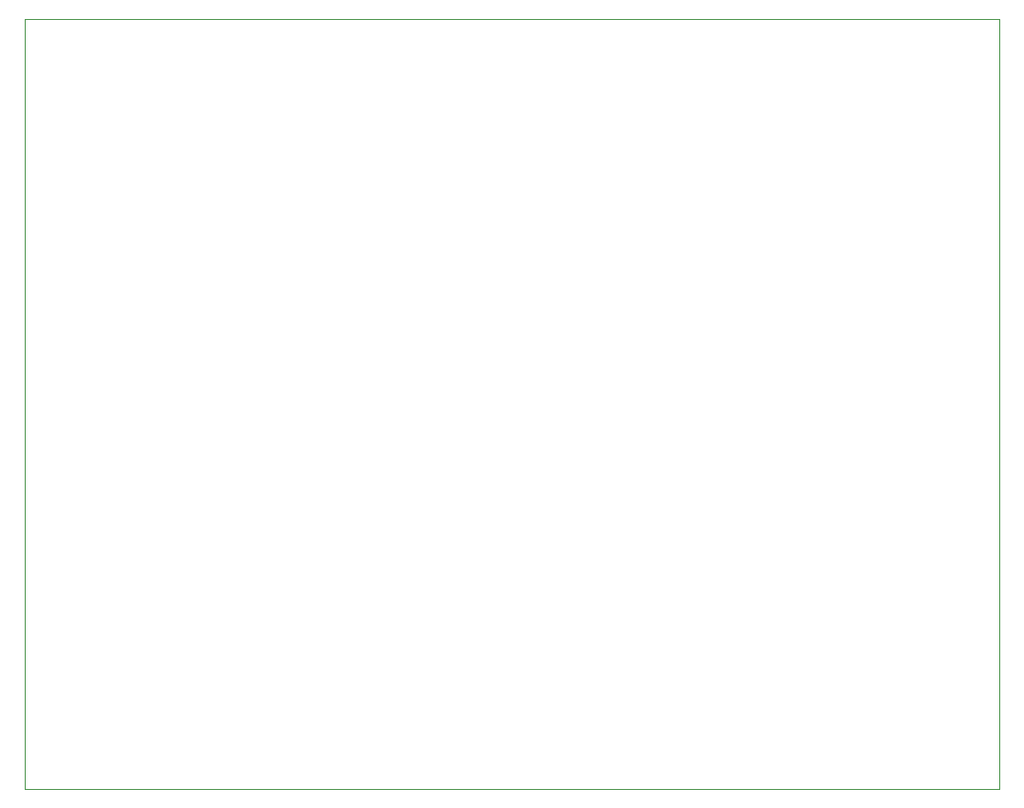
<source format=gbr>
%TF.GenerationSoftware,KiCad,Pcbnew,(5.1.9)-1*%
%TF.CreationDate,2021-05-11T17:21:45+03:00*%
%TF.ProjectId,robotti,726f626f-7474-4692-9e6b-696361645f70,rev?*%
%TF.SameCoordinates,Original*%
%TF.FileFunction,Profile,NP*%
%FSLAX46Y46*%
G04 Gerber Fmt 4.6, Leading zero omitted, Abs format (unit mm)*
G04 Created by KiCad (PCBNEW (5.1.9)-1) date 2021-05-11 17:21:45*
%MOMM*%
%LPD*%
G01*
G04 APERTURE LIST*
%TA.AperFunction,Profile*%
%ADD10C,0.010000*%
%TD*%
G04 APERTURE END LIST*
D10*
X91059000Y-114300000D02*
X91059000Y-113030000D01*
X177800000Y-114300000D02*
X91059000Y-114300000D01*
X177800000Y-45720000D02*
X91033600Y-45720000D01*
X91033600Y-45720000D02*
X91059000Y-113030000D01*
X177800000Y-114300000D02*
X177800000Y-45720000D01*
M02*

</source>
